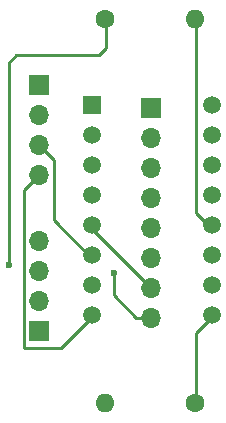
<source format=gbr>
G04 #@! TF.FileFunction,Copper,L1,Top,Signal*
%FSLAX46Y46*%
G04 Gerber Fmt 4.6, Leading zero omitted, Abs format (unit mm)*
G04 Created by KiCad (PCBNEW 4.0.7) date Sun Feb  4 21:06:27 2018*
%MOMM*%
%LPD*%
G01*
G04 APERTURE LIST*
%ADD10C,0.100000*%
%ADD11R,1.500000X1.500000*%
%ADD12C,1.500000*%
%ADD13R,1.700000X1.700000*%
%ADD14O,1.700000X1.700000*%
%ADD15C,1.600000*%
%ADD16O,1.600000X1.600000*%
%ADD17C,0.600000*%
%ADD18C,0.250000*%
G04 APERTURE END LIST*
D10*
D11*
X141617700Y-105829100D03*
D12*
X141617700Y-108369100D03*
X141617700Y-110909100D03*
X141617700Y-113449100D03*
X141617700Y-115989100D03*
X141617700Y-118529100D03*
X141617700Y-121069100D03*
X141617700Y-123609100D03*
X151777700Y-123609100D03*
X151777700Y-121069100D03*
X151777700Y-118529100D03*
X151777700Y-115989100D03*
X151777700Y-113449100D03*
X151777700Y-110909100D03*
X151777700Y-108369100D03*
X151777700Y-105829100D03*
D13*
X146685000Y-106045000D03*
D14*
X146685000Y-108585000D03*
X146685000Y-111125000D03*
X146685000Y-113665000D03*
X146685000Y-116205000D03*
X146685000Y-118745000D03*
X146685000Y-121285000D03*
X146685000Y-123825000D03*
D13*
X137160000Y-104140000D03*
D14*
X137160000Y-106680000D03*
X137160000Y-109220000D03*
X137160000Y-111760000D03*
D13*
X137160000Y-124968000D03*
D14*
X137160000Y-122428000D03*
X137160000Y-119888000D03*
X137160000Y-117348000D03*
D15*
X150368000Y-131064000D03*
D16*
X142748000Y-131064000D03*
D15*
X142748000Y-98552000D03*
D16*
X150368000Y-98552000D03*
D17*
X143510000Y-120015000D03*
X134620000Y-119380000D03*
D18*
X146685000Y-121285000D02*
X141605000Y-116205000D01*
X141605000Y-116205000D02*
X141617700Y-115989100D01*
X145415000Y-123825000D02*
X146685000Y-123825000D01*
X143510000Y-121920000D02*
X145415000Y-123825000D01*
X143510000Y-120015000D02*
X143510000Y-121920000D01*
X141617700Y-110909100D02*
X141605000Y-111125000D01*
X141617700Y-118529100D02*
X141605000Y-118745000D01*
X141605000Y-118745000D02*
X138430000Y-115570000D01*
X138430000Y-115570000D02*
X138430000Y-110490000D01*
X138430000Y-110490000D02*
X137160000Y-109220000D01*
X137160000Y-111760000D02*
X135890000Y-113030000D01*
X135890000Y-113030000D02*
X135890000Y-126365000D01*
X135890000Y-126365000D02*
X139065000Y-126365000D01*
X139065000Y-126365000D02*
X141605000Y-123825000D01*
X141605000Y-123825000D02*
X141617700Y-123609100D01*
X151777700Y-123609100D02*
X151765000Y-123825000D01*
X151765000Y-123825000D02*
X150495000Y-125095000D01*
X150495000Y-125095000D02*
X150495000Y-130810000D01*
X150495000Y-130810000D02*
X150368000Y-131064000D01*
X150368000Y-98552000D02*
X150495000Y-98425000D01*
X150495000Y-98425000D02*
X150495000Y-114935000D01*
X150495000Y-114935000D02*
X151765000Y-116205000D01*
X151765000Y-116205000D02*
X151777700Y-115989100D01*
X134620000Y-119380000D02*
X134620000Y-118745000D01*
X134620000Y-118745000D02*
X134620000Y-107950000D01*
X134620000Y-107950000D02*
X134620000Y-102235000D01*
X134620000Y-102235000D02*
X135255000Y-101600000D01*
X135255000Y-101600000D02*
X140335000Y-101600000D01*
X140335000Y-101600000D02*
X140970000Y-101600000D01*
X140970000Y-101600000D02*
X142240000Y-101600000D01*
X142240000Y-101600000D02*
X142875000Y-100965000D01*
X142875000Y-100965000D02*
X142875000Y-98425000D01*
X142875000Y-98425000D02*
X142748000Y-98552000D01*
M02*

</source>
